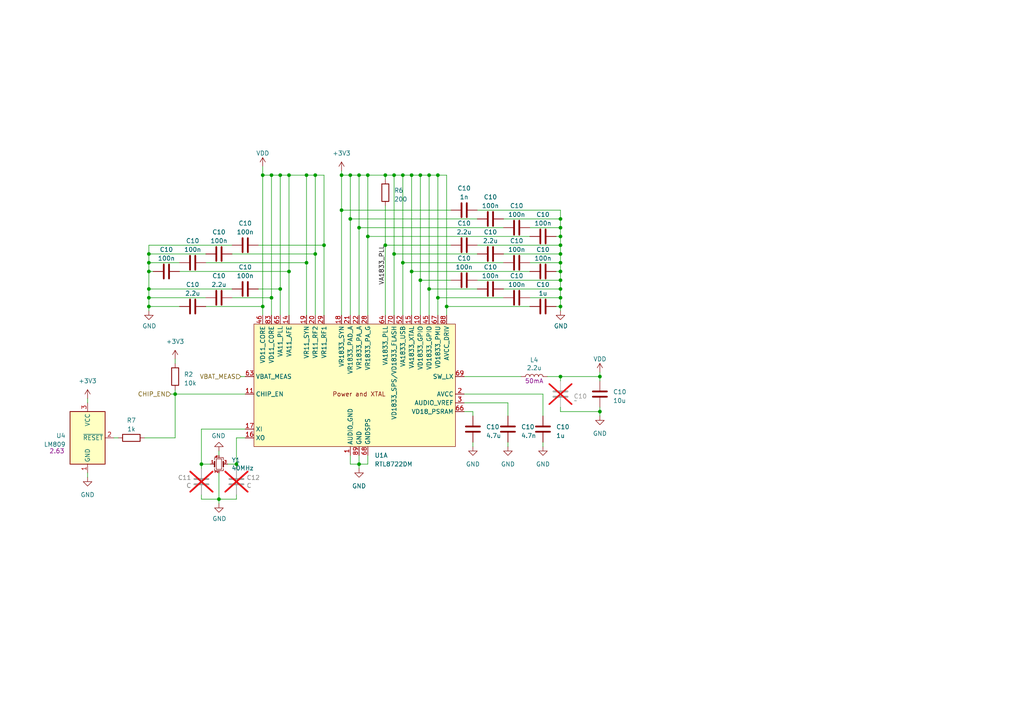
<source format=kicad_sch>
(kicad_sch (version 20230121) (generator eeschema)
  (paper "A4")
  (lib_symbols
    (symbol "Device:C" (pin_numbers hide) (pin_names (offset 0.254))
      (property "Reference" "C" (at 0.635 2.54 0))
      (property "Value" "C" (at 0.635 -2.54 0))
      (symbol "C_0_1"
        (polyline (pts (xy -2.032 -0.762) (xy 2.032 -0.762)) (stroke (width 0.508)))
        (polyline (pts (xy -2.032 0.762) (xy 2.032 0.762)) (stroke (width 0.508)))
      )
      (symbol "C_1_1"
        (pin passive line (at 0 3.81 270) (length 2.794) (name "~") (number "1"))
        (pin passive line (at 0 -3.81 90) (length 2.794) (name "~") (number "2"))
      )
    )
    (symbol "Device:Crystal_GND24_Small" (pin_names (offset 1.016) hide)
      (property "Reference" "Y" (at 1.27 4.445 0))
      (property "Value" "Crystal_GND24_Small" (at 1.27 2.54 0))
      (symbol "Crystal_GND24_Small_0_1"
        (rectangle (start -0.762 -1.524) (end 0.762 1.524))
        (polyline (pts (xy -1.27 -0.762) (xy -1.27 0.762)) (stroke (width 0.381)))
        (polyline (pts (xy 1.27 -0.762) (xy 1.27 0.762)) (stroke (width 0.381)))
        (polyline (pts (xy -1.27 -1.27) (xy -1.27 -1.905) (xy 1.27 -1.905) (xy 1.27 -1.27)))
        (polyline (pts (xy -1.27 1.27) (xy -1.27 1.905) (xy 1.27 1.905) (xy 1.27 1.27)))
      )
      (symbol "Crystal_GND24_Small_1_1"
        (pin passive line (at -2.54 0 0) (length 1.27) (name "1") (number "1"))
        (pin passive line (at 0 -2.54 90) (length 0.635) (name "2") (number "2"))
        (pin passive line (at 2.54 0 180) (length 1.27) (name "3") (number "3"))
        (pin passive line (at 0 2.54 270) (length 0.635) (name "4") (number "4"))
      )
    )
    (symbol "Device:L" (pin_numbers hide) (pin_names (offset 1.016) hide)
      (property "Reference" "L" (at -1.27 0 90))
      (property "Value" "L" (at 1.905 0 90))
      (symbol "L_0_1"
        (arc (start 0 -2.54) (mid 0.6323 -1.905) (end 0 -1.27))
        (arc (start 0 -1.27) (mid 0.6323 -0.635) (end 0 0))
        (arc (start 0 0) (mid 0.6323 0.635) (end 0 1.27))
        (arc (start 0 1.27) (mid 0.6323 1.905) (end 0 2.54))
      )
      (symbol "L_1_1"
        (pin passive line (at 0 3.81 270) (length 1.27) (name "1") (number "1"))
        (pin passive line (at 0 -3.81 90) (length 1.27) (name "2") (number "2"))
      )
    )
    (symbol "Device:R" (pin_numbers hide) (pin_names (offset 0))
      (property "Reference" "R" (at 2.032 0 90))
      (property "Value" "R" (at 0 0 90))
      (symbol "R_0_1"
        (rectangle (start -1.016 -2.54) (end 1.016 2.54) (stroke (width 0.254)))
      )
      (symbol "R_1_1"
        (pin passive line (at 0 3.81 270) (length 1.27) (name "~") (number "1"))
        (pin passive line (at 0 -3.81 90) (length 1.27) (name "~") (number "2"))
      )
    )
    (symbol "MCU_Realtek:RTL8722DM"
      (property "Reference" "U" (at -20.32 57.15 0))
      (property "Value" "RTL8722DM" (at 15.24 -29.21 0))
      (symbol "RTL8722DM_1_0"
        (pin input line (at -33.02 0 0) (length 2.54) (name "CHIP_EN") (number "11"))
      )
      (symbol "RTL8722DM_1_1"
        (rectangle (start -30.48 20.32) (end 27.94 -15.24) (fill (type background)))
        (text "Power and XTAL" (at 0 0 0) (effects (font (size 1.27 1.27))))
        (pin power_out line (at -2.54 -17.78 90) (length 2.54) (name "AUDIO_GND") (number "1"))
        (pin power_in line (at 17.78 22.86 270) (length 2.54) (name "VD1833_GPIO") (number "10"))
        (pin power_in line (at -20.32 22.86 270) (length 2.54) (name "VA11_AFE") (number "14"))
        (pin power_in line (at 15.24 22.86 270) (length 2.54) (name "VA1833_XTAL") (number "15"))
        (pin output line (at -33.02 -12.7 0) (length 2.54) (name "XO") (number "16"))
        (pin input line (at -33.02 -10.16 0) (length 2.54) (name "XI") (number "17"))
        (pin power_in line (at -5.08 22.86 270) (length 2.54) (name "VR1833_SYN") (number "18"))
        (pin power_in line (at -15.24 22.86 270) (length 2.54) (name "VR11_SYN") (number "19"))
        (pin power_out line (at 30.48 0 180) (length 2.54) (name "AVCC") (number "2"))
        (pin power_in line (at -12.7 22.86 270) (length 2.54) (name "VR11_RF2") (number "20"))
        (pin power_in line (at -2.54 22.86 270) (length 2.54) (name "VR1833_PAD_A") (number "21"))
        (pin power_in line (at 0 22.86 270) (length 2.54) (name "VR1833_PA_A") (number "22"))
        (pin power_in line (at 2.54 22.86 270) (length 2.54) (name "VR1833_PA_G") (number "28"))
        (pin power_in line (at -10.16 22.86 270) (length 2.54) (name "VR11_RF1") (number "29"))
        (pin power_out line (at 30.48 -2.54 180) (length 2.54) (name "AUDIO_VREF") (number "3"))
        (pin power_in line (at 20.32 22.86 270) (length 2.54) (name "VD1833_GPIO") (number "45"))
        (pin power_in line (at -27.94 22.86 270) (length 2.54) (name "VD11_CORE") (number "46"))
        (pin power_in line (at 12.7 22.86 270) (length 2.54) (name "VA1833_USB") (number "52"))
        (pin input line (at -33.02 5.08 0) (length 2.54) (name "VBAT_MEAS") (number "63"))
        (pin power_in line (at 7.62 22.86 270) (length 2.54) (name "VA1833_PLL") (number "64"))
        (pin power_in line (at -22.86 22.86 270) (length 2.54) (name "VA11_PLL") (number "65"))
        (pin power_out line (at 30.48 -5.08 180) (length 2.54) (name "VD18_PSRAM") (number "66"))
        (pin power_in line (at 22.86 22.86 270) (length 2.54) (name "VD1833_PMU") (number "67"))
        (pin power_out line (at 2.54 -17.78 90) (length 2.54) (name "GNDSPS") (number "68"))
        (pin power_out line (at 30.48 5.08 180) (length 2.54) (name "SW_LX") (number "69"))
        (pin power_in line (at 10.16 22.86 270) (length 2.54) (name "VD1833_SPS/VD1833_FLASH") (number "70"))
        (pin power_in line (at -25.4 22.86 270) (length 2.54) (name "VD11_CORE") (number "83"))
        (pin power_in line (at 25.4 22.86 270) (length 2.54) (name "AVCC_DRIV") (number "88"))
        (pin power_in line (at 0 -17.78 90) (length 2.54) (name "GND") (number "89"))
      )
      (symbol "RTL8722DM_2_1"
        (rectangle (start -20.32 55.88) (end 20.32 -27.94) (fill (type background)))
        (text "GPIO" (at 0 54.61 0) (effects (font (size 1.27 1.27))))
        (pin bidirectional line (at -22.86 35.56 0) (length 2.54) (name "PA7/UART_LOG_TXD") (number "12"))
        (pin bidirectional line (at -22.86 33.02 0) (length 2.54) (name "PA8/UART_LOG_RXD") (number "13"))
        (pin bidirectional line (at -22.86 30.48 0) (length 2.54) (name "PA9") (number "30"))
        (pin bidirectional line (at -22.86 27.94 0) (length 2.54) (name "PA10") (number "31"))
        (pin bidirectional line (at -22.86 25.4 0) (length 2.54) (name "PA11") (number "32"))
        (pin bidirectional line (at -22.86 22.86 0) (length 2.54) (name "PA12") (number "33"))
        (pin bidirectional line (at -22.86 20.32 0) (length 2.54) (name "PA13") (number "34"))
        (pin bidirectional line (at -22.86 17.78 0) (length 2.54) (name "PA14") (number "35"))
        (pin bidirectional line (at -22.86 15.24 0) (length 2.54) (name "PA15") (number "36"))
        (pin bidirectional line (at -22.86 12.7 0) (length 2.54) (name "PA16") (number "37"))
        (pin bidirectional line (at -22.86 10.16 0) (length 2.54) (name "PA17") (number "38"))
        (pin bidirectional line (at -22.86 7.62 0) (length 2.54) (name "PA18") (number "39"))
        (pin bidirectional line (at -22.86 53.34 0) (length 2.54) (name "PA0/MIC_BIAS") (number "4"))
        (pin bidirectional line (at -22.86 5.08 0) (length 2.54) (name "PA19") (number "40"))
        (pin bidirectional line (at -22.86 2.54 0) (length 2.54) (name "PA20") (number "41"))
        (pin bidirectional line (at -22.86 0 0) (length 2.54) (name "PA21") (number "42"))
        (pin bidirectional line (at -22.86 -2.54 0) (length 2.54) (name "PA22") (number "43"))
        (pin bidirectional line (at -22.86 -5.08 0) (length 2.54) (name "PA23") (number "44"))
        (pin bidirectional line (at -22.86 -7.62 0) (length 2.54) (name "PA24") (number "47"))
        (pin bidirectional line (at -22.86 -15.24 0) (length 2.54) (name "PA27/SWD_DATA") (number "48"))
        (pin bidirectional line (at -22.86 -25.4 0) (length 2.54) (name "PA31") (number "49"))
        (pin bidirectional line (at -22.86 43.18 0) (length 2.54) (name "PA4/MIC1_P") (number "5"))
        (pin bidirectional line (at 22.86 53.34 180) (length 2.54) (name "PB0") (number "50"))
        (pin bidirectional line (at -22.86 -22.86 0) (length 2.54) (name "PA30/SPS_SEL") (number "51"))
        (pin bidirectional line (at -22.86 -17.78 0) (length 2.54) (name "PA28/RREF") (number "53"))
        (pin bidirectional line (at -22.86 -12.7 0) (length 2.54) (name "PA26/HSDP") (number "54"))
        (pin bidirectional line (at -22.86 -10.16 0) (length 2.54) (name "PA25/HSDM") (number "55"))
        (pin bidirectional line (at 22.86 48.26 180) (length 2.54) (name "PB2/ADC_CH5") (number "56"))
        (pin bidirectional line (at 22.86 50.8 180) (length 2.54) (name "PB1/ADC_CH4") (number "57"))
        (pin bidirectional line (at 22.86 45.72 180) (length 2.54) (name "PB3/ADC_CH6/SWD_CLK") (number "58"))
        (pin bidirectional line (at 22.86 43.18 180) (length 2.54) (name "PB4/TOUCH_KEY0") (number "59"))
        (pin bidirectional line (at -22.86 48.26 0) (length 2.54) (name "PA2/MIC2_P") (number "6"))
        (pin bidirectional line (at 22.86 40.64 180) (length 2.54) (name "PB5/TOUCH_KEY1") (number "60"))
        (pin bidirectional line (at 22.86 38.1 180) (length 2.54) (name "PB6/TOUCH_KEY2") (number "61"))
        (pin bidirectional line (at 22.86 35.56 180) (length 2.54) (name "PB7/TOUCH_KEY3") (number "62"))
        (pin bidirectional line (at -22.86 50.8 0) (length 2.54) (name "PA1/MIC2_N") (number "7"))
        (pin bidirectional line (at 22.86 7.62 180) (length 2.54) (name "PB18") (number "77"))
        (pin bidirectional line (at 22.86 5.08 180) (length 2.54) (name "PB19") (number "78"))
        (pin bidirectional line (at 22.86 2.54 180) (length 2.54) (name "PB20") (number "79"))
        (pin bidirectional line (at -22.86 40.64 0) (length 2.54) (name "PA5/AUXIN_L") (number "8"))
        (pin bidirectional line (at 22.86 0 180) (length 2.54) (name "PB21") (number "80"))
        (pin bidirectional line (at 22.86 -2.54 180) (length 2.54) (name "PB22") (number "81"))
        (pin bidirectional line (at 22.86 -5.08 180) (length 2.54) (name "PB23") (number "82"))
        (pin bidirectional line (at 22.86 -20.32 180) (length 2.54) (name "PB29/AOUTP_R") (number "84"))
        (pin bidirectional line (at 22.86 -17.78 180) (length 2.54) (name "PB28/AOUTN_R") (number "85"))
        (pin bidirectional line (at 22.86 -22.86 180) (length 2.54) (name "PB30/AOUTN_L") (number "86"))
        (pin bidirectional line (at 22.86 -25.4 180) (length 2.54) (name "PB31/AOUTP_L") (number "87"))
        (pin bidirectional line (at -22.86 38.1 0) (length 2.54) (name "PA6/AUXIN_R") (number "9"))
      )
      (symbol "RTL8722DM_3_1"
        (rectangle (start -7.62 12.7) (end 7.62 -10.16) (fill (type background)))
        (text "RF" (at 0 11.43 0) (effects (font (size 1.27 1.27))))
        (pin bidirectional line (at 10.16 7.62 180) (length 2.54) (name "RFIO_A") (number "23"))
        (pin input line (at 10.16 5.08 180) (length 2.54) (name "RXIN_A/GND") (number "24"))
        (pin power_in line (at 0 -12.7 90) (length 2.54) (name "RFGND") (number "25"))
        (pin input line (at 10.16 2.54 180) (length 2.54) (name "RFIN_G") (number "26"))
        (pin output line (at 10.16 0 180) (length 2.54) (name "RFOUT_G") (number "27"))
      )
      (symbol "RTL8722DM_4_1"
        (rectangle (start -5.08 10.16) (end 5.08 -10.16) (fill (type background)))
        (text "Flash" (at 0 8.89 0) (effects (font (size 1.27 1.27))))
        (pin bidirectional line (at 7.62 -7.62 180) (length 2.54) (name "SPI_IO3") (number "71"))
        (pin bidirectional line (at 7.62 0 180) (length 2.54) (name "SPI_IO0") (number "72"))
        (pin bidirectional line (at 7.62 2.54 180) (length 2.54) (name "SPI_CLK") (number "73"))
        (pin bidirectional line (at 7.62 -5.08 180) (length 2.54) (name "SPI_IO2") (number "74"))
        (pin bidirectional line (at 7.62 -2.54 180) (length 2.54) (name "SPI_IO1") (number "75"))
        (pin bidirectional line (at 7.62 5.08 180) (length 2.54) (name "SPI_~{CS}") (number "76"))
      )
    )
    (symbol "Power_Supervisor:LM809"
      (property "Reference" "U" (at 2.54 12.7 0))
      (property "Value" "LM809" (at 5.08 10.16 0))
      (symbol "LM809_0_1"
        (rectangle (start 5.08 7.62) (end -5.08 -7.62) (stroke (width 0.254)) (fill (type background)))
      )
      (symbol "LM809_1_1"
        (pin power_in line (at 0 -10.16 90) (length 2.54) (name "GND") (number "1"))
        (pin output line (at 7.62 0 180) (length 2.54) (name "~{RESET}") (number "2"))
        (pin power_in line (at 0 10.16 270) (length 2.54) (name "VCC") (number "3"))
      )
    )
    (symbol "power:+3V3" (power) (pin_names (offset 0))
      (property "Value" "+3V3" (at 0 3.556 0))
      (symbol "+3V3_0_1"
        (polyline (pts (xy -0.762 1.27) (xy 0 2.54)))
        (polyline (pts (xy 0 0) (xy 0 2.54)))
        (polyline (pts (xy 0 2.54) (xy 0.762 1.27)))
      )
      (symbol "+3V3_1_1"
        (pin power_in line (at 0 0 90) (length 0) hide (name "+3V3") (number "1"))
      )
    )
    (symbol "power:GND" (power) (pin_names (offset 0))
      (property "Value" "GND" (at 0 -3.81 0))
      (symbol "GND_0_1"
        (polyline (pts (xy 0 0) (xy 0 -1.27) (xy 1.27 -1.27) (xy 0 -2.54) (xy -1.27 -1.27) (xy 0 -1.27)))
      )
      (symbol "GND_1_1"
        (pin power_in line (at 0 0 270) (length 0) hide (name "GND") (number "1"))
      )
    )
    (symbol "power:VDD" (power) (pin_names (offset 0))
      (property "Value" "VDD" (at 0 3.81 0))
      (symbol "VDD_0_1"
        (polyline (pts (xy -0.762 1.27) (xy 0 2.54)))
        (polyline (pts (xy 0 0) (xy 0 2.54)))
        (polyline (pts (xy 0 2.54) (xy 0.762 1.27)))
      )
      (symbol "VDD_1_1"
        (pin power_in line (at 0 0 90) (length 0) hide (name "VDD") (number "1"))
      )
    )
  )
  (junction (at 101.6 63.5))
  (junction (at 116.84 50.8))
  (junction (at 162.56 76.2))
  (junction (at 114.3 73.66))
  (junction (at 127 50.8))
  (junction (at 68.58 134.62))
  (junction (at 78.74 86.36))
  (junction (at 43.18 73.66))
  (junction (at 91.44 73.66))
  (junction (at 43.18 86.36))
  (junction (at 124.46 50.8))
  (junction (at 119.38 50.8))
  (junction (at 173.99 109.22))
  (junction (at 50.8 114.3))
  (junction (at 99.06 60.96))
  (junction (at 162.56 71.12))
  (junction (at 162.56 88.9))
  (junction (at 114.3 50.8))
  (junction (at 81.28 50.8))
  (junction (at 43.18 83.82))
  (junction (at 162.56 73.66))
  (junction (at 173.99 119.38))
  (junction (at 162.56 66.04))
  (junction (at 43.18 76.2))
  (junction (at 81.28 83.82))
  (junction (at 101.6 50.8))
  (junction (at 124.46 83.82))
  (junction (at 63.5 144.78))
  (junction (at 162.56 81.28))
  (junction (at 83.82 78.74))
  (junction (at 111.76 50.8))
  (junction (at 99.06 50.8))
  (junction (at 162.56 63.5))
  (junction (at 162.56 68.58))
  (junction (at 43.18 78.74))
  (junction (at 76.2 50.8))
  (junction (at 121.92 50.8))
  (junction (at 129.54 88.9))
  (junction (at 93.98 71.12))
  (junction (at 104.14 66.04))
  (junction (at 111.76 71.12))
  (junction (at 162.56 109.22))
  (junction (at 106.68 50.8))
  (junction (at 106.68 68.58))
  (junction (at 162.56 83.82))
  (junction (at 76.2 88.9))
  (junction (at 88.9 50.8))
  (junction (at 116.84 76.2))
  (junction (at 104.14 134.62))
  (junction (at 162.56 86.36))
  (junction (at 78.74 50.8))
  (junction (at 119.38 78.74))
  (junction (at 83.82 50.8))
  (junction (at 121.92 81.28))
  (junction (at 104.14 50.8))
  (junction (at 43.18 88.9))
  (junction (at 162.56 78.74))
  (junction (at 127 86.36))
  (junction (at 88.9 76.2))
  (junction (at 91.44 50.8))
  (junction (at 58.42 134.62))
  (wire (pts (xy 157.48 114.3) (xy 157.48 120.65)))
  (wire (pts (xy 116.84 76.2) (xy 146.05 76.2)))
  (wire (pts (xy 25.4 137.16) (xy 25.4 138.43)))
  (wire (pts (xy 78.74 86.36) (xy 78.74 91.44)))
  (wire (pts (xy 104.14 134.62) (xy 106.68 134.62)))
  (wire (pts (xy 99.06 50.8) (xy 99.06 60.96)))
  (wire (pts (xy 59.69 88.9) (xy 76.2 88.9)))
  (wire (pts (xy 134.62 116.84) (xy 147.32 116.84)))
  (wire (pts (xy 146.05 73.66) (xy 162.56 73.66)))
  (wire (pts (xy 101.6 50.8) (xy 101.6 63.5)))
  (wire (pts (xy 119.38 50.8) (xy 121.92 50.8)))
  (wire (pts (xy 43.18 88.9) (xy 43.18 90.17)))
  (wire (pts (xy 68.58 127) (xy 68.58 134.62)))
  (wire (pts (xy 68.58 143.51) (xy 68.58 144.78)))
  (wire (pts (xy 173.99 107.95) (xy 173.99 109.22)))
  (wire (pts (xy 91.44 50.8) (xy 91.44 73.66)))
  (wire (pts (xy 101.6 132.08) (xy 101.6 134.62)))
  (wire (pts (xy 114.3 73.66) (xy 114.3 91.44)))
  (wire (pts (xy 161.29 78.74) (xy 162.56 78.74)))
  (wire (pts (xy 50.8 127) (xy 41.91 127)))
  (wire (pts (xy 43.18 86.36) (xy 43.18 88.9)))
  (wire (pts (xy 146.05 83.82) (xy 162.56 83.82)))
  (wire (pts (xy 157.48 128.27) (xy 157.48 129.54)))
  (wire (pts (xy 111.76 52.07) (xy 111.76 50.8)))
  (wire (pts (xy 162.56 83.82) (xy 162.56 86.36)))
  (wire (pts (xy 116.84 50.8) (xy 116.84 76.2)))
  (wire (pts (xy 127 50.8) (xy 127 86.36)))
  (wire (pts (xy 104.14 132.08) (xy 104.14 134.62)))
  (wire (pts (xy 88.9 76.2) (xy 88.9 91.44)))
  (wire (pts (xy 104.14 50.8) (xy 104.14 66.04)))
  (wire (pts (xy 43.18 88.9) (xy 52.07 88.9)))
  (wire (pts (xy 49.53 114.3) (xy 50.8 114.3)))
  (wire (pts (xy 119.38 78.74) (xy 153.67 78.74)))
  (wire (pts (xy 124.46 50.8) (xy 124.46 83.82)))
  (wire (pts (xy 67.31 86.36) (xy 78.74 86.36)))
  (wire (pts (xy 43.18 86.36) (xy 59.69 86.36)))
  (wire (pts (xy 127 86.36) (xy 127 91.44)))
  (wire (pts (xy 173.99 119.38) (xy 162.56 119.38)))
  (wire (pts (xy 124.46 83.82) (xy 124.46 91.44)))
  (wire (pts (xy 99.06 60.96) (xy 99.06 91.44)))
  (wire (pts (xy 43.18 76.2) (xy 52.07 76.2)))
  (wire (pts (xy 162.56 66.04) (xy 162.56 68.58)))
  (wire (pts (xy 162.56 88.9) (xy 162.56 90.17)))
  (wire (pts (xy 162.56 109.22) (xy 173.99 109.22)))
  (wire (pts (xy 76.2 48.26) (xy 76.2 50.8)))
  (wire (pts (xy 111.76 71.12) (xy 111.76 91.44)))
  (wire (pts (xy 101.6 50.8) (xy 104.14 50.8)))
  (wire (pts (xy 162.56 63.5) (xy 162.56 66.04)))
  (wire (pts (xy 106.68 50.8) (xy 106.68 68.58)))
  (wire (pts (xy 162.56 71.12) (xy 162.56 73.66)))
  (wire (pts (xy 162.56 86.36) (xy 162.56 88.9)))
  (wire (pts (xy 104.14 134.62) (xy 104.14 135.89)))
  (wire (pts (xy 119.38 78.74) (xy 119.38 91.44)))
  (wire (pts (xy 116.84 50.8) (xy 119.38 50.8)))
  (wire (pts (xy 119.38 50.8) (xy 119.38 78.74)))
  (wire (pts (xy 78.74 50.8) (xy 81.28 50.8)))
  (wire (pts (xy 114.3 50.8) (xy 116.84 50.8)))
  (wire (pts (xy 137.16 128.27) (xy 137.16 129.54)))
  (wire (pts (xy 99.06 49.53) (xy 99.06 50.8)))
  (wire (pts (xy 114.3 73.66) (xy 138.43 73.66)))
  (wire (pts (xy 106.68 68.58) (xy 153.67 68.58)))
  (wire (pts (xy 124.46 83.82) (xy 138.43 83.82)))
  (wire (pts (xy 101.6 134.62) (xy 104.14 134.62)))
  (wire (pts (xy 76.2 88.9) (xy 76.2 91.44)))
  (wire (pts (xy 173.99 109.22) (xy 173.99 110.49)))
  (wire (pts (xy 127 50.8) (xy 129.54 50.8)))
  (wire (pts (xy 99.06 50.8) (xy 101.6 50.8)))
  (wire (pts (xy 43.18 83.82) (xy 43.18 86.36)))
  (wire (pts (xy 81.28 50.8) (xy 83.82 50.8)))
  (wire (pts (xy 43.18 73.66) (xy 43.18 76.2)))
  (wire (pts (xy 162.56 118.11) (xy 162.56 119.38)))
  (wire (pts (xy 121.92 50.8) (xy 124.46 50.8)))
  (wire (pts (xy 129.54 88.9) (xy 129.54 91.44)))
  (wire (pts (xy 88.9 50.8) (xy 88.9 76.2)))
  (wire (pts (xy 68.58 134.62) (xy 68.58 135.89)))
  (wire (pts (xy 58.42 144.78) (xy 63.5 144.78)))
  (wire (pts (xy 74.93 83.82) (xy 81.28 83.82)))
  (wire (pts (xy 162.56 60.96) (xy 162.56 63.5)))
  (wire (pts (xy 83.82 78.74) (xy 83.82 91.44)))
  (wire (pts (xy 101.6 63.5) (xy 101.6 91.44)))
  (wire (pts (xy 106.68 50.8) (xy 111.76 50.8)))
  (wire (pts (xy 111.76 59.69) (xy 111.76 71.12)))
  (wire (pts (xy 58.42 143.51) (xy 58.42 144.78)))
  (wire (pts (xy 111.76 71.12) (xy 130.81 71.12)))
  (wire (pts (xy 162.56 73.66) (xy 162.56 76.2)))
  (wire (pts (xy 69.85 109.22) (xy 71.12 109.22)))
  (wire (pts (xy 67.31 71.12) (xy 43.18 71.12)))
  (wire (pts (xy 153.67 76.2) (xy 162.56 76.2)))
  (wire (pts (xy 121.92 81.28) (xy 121.92 91.44)))
  (wire (pts (xy 50.8 114.3) (xy 71.12 114.3)))
  (wire (pts (xy 43.18 78.74) (xy 43.18 83.82)))
  (wire (pts (xy 173.99 119.38) (xy 173.99 120.65)))
  (wire (pts (xy 81.28 83.82) (xy 81.28 91.44)))
  (wire (pts (xy 76.2 50.8) (xy 78.74 50.8)))
  (wire (pts (xy 173.99 118.11) (xy 173.99 119.38)))
  (wire (pts (xy 114.3 50.8) (xy 114.3 73.66)))
  (wire (pts (xy 83.82 50.8) (xy 83.82 78.74)))
  (wire (pts (xy 43.18 83.82) (xy 67.31 83.82)))
  (wire (pts (xy 161.29 68.58) (xy 162.56 68.58)))
  (wire (pts (xy 63.5 144.78) (xy 68.58 144.78)))
  (wire (pts (xy 76.2 50.8) (xy 76.2 88.9)))
  (wire (pts (xy 162.56 81.28) (xy 162.56 83.82)))
  (wire (pts (xy 129.54 88.9) (xy 153.67 88.9)))
  (wire (pts (xy 104.14 50.8) (xy 106.68 50.8)))
  (wire (pts (xy 101.6 63.5) (xy 138.43 63.5)))
  (wire (pts (xy 43.18 76.2) (xy 43.18 78.74)))
  (wire (pts (xy 106.68 132.08) (xy 106.68 134.62)))
  (wire (pts (xy 68.58 127) (xy 71.12 127)))
  (wire (pts (xy 153.67 66.04) (xy 162.56 66.04)))
  (wire (pts (xy 74.93 71.12) (xy 93.98 71.12)))
  (wire (pts (xy 50.8 113.03) (xy 50.8 114.3)))
  (wire (pts (xy 91.44 50.8) (xy 93.98 50.8)))
  (wire (pts (xy 124.46 50.8) (xy 127 50.8)))
  (wire (pts (xy 104.14 66.04) (xy 104.14 91.44)))
  (wire (pts (xy 58.42 134.62) (xy 60.96 134.62)))
  (wire (pts (xy 121.92 81.28) (xy 130.81 81.28)))
  (wire (pts (xy 138.43 60.96) (xy 162.56 60.96)))
  (wire (pts (xy 67.31 73.66) (xy 91.44 73.66)))
  (wire (pts (xy 93.98 71.12) (xy 93.98 91.44)))
  (wire (pts (xy 93.98 50.8) (xy 93.98 71.12)))
  (wire (pts (xy 129.54 50.8) (xy 129.54 88.9)))
  (wire (pts (xy 127 86.36) (xy 146.05 86.36)))
  (wire (pts (xy 59.69 76.2) (xy 88.9 76.2)))
  (wire (pts (xy 58.42 134.62) (xy 58.42 135.89)))
  (wire (pts (xy 50.8 104.14) (xy 50.8 105.41)))
  (wire (pts (xy 104.14 66.04) (xy 146.05 66.04)))
  (wire (pts (xy 58.42 124.46) (xy 58.42 134.62)))
  (wire (pts (xy 91.44 73.66) (xy 91.44 91.44)))
  (wire (pts (xy 78.74 50.8) (xy 78.74 86.36)))
  (wire (pts (xy 50.8 127) (xy 50.8 114.3)))
  (wire (pts (xy 63.5 146.05) (xy 63.5 144.78)))
  (wire (pts (xy 138.43 71.12) (xy 162.56 71.12)))
  (wire (pts (xy 106.68 68.58) (xy 106.68 91.44)))
  (wire (pts (xy 66.04 134.62) (xy 68.58 134.62)))
  (wire (pts (xy 162.56 78.74) (xy 162.56 81.28)))
  (wire (pts (xy 58.42 124.46) (xy 71.12 124.46)))
  (wire (pts (xy 52.07 78.74) (xy 83.82 78.74)))
  (wire (pts (xy 99.06 60.96) (xy 130.81 60.96)))
  (wire (pts (xy 83.82 50.8) (xy 88.9 50.8)))
  (wire (pts (xy 43.18 78.74) (xy 44.45 78.74)))
  (wire (pts (xy 116.84 76.2) (xy 116.84 91.44)))
  (wire (pts (xy 161.29 88.9) (xy 162.56 88.9)))
  (wire (pts (xy 134.62 114.3) (xy 157.48 114.3)))
  (wire (pts (xy 153.67 86.36) (xy 162.56 86.36)))
  (wire (pts (xy 81.28 50.8) (xy 81.28 83.82)))
  (wire (pts (xy 137.16 119.38) (xy 137.16 120.65)))
  (wire (pts (xy 146.05 63.5) (xy 162.56 63.5)))
  (wire (pts (xy 162.56 109.22) (xy 162.56 110.49)))
  (wire (pts (xy 33.02 127) (xy 34.29 127)))
  (wire (pts (xy 88.9 50.8) (xy 91.44 50.8)))
  (wire (pts (xy 134.62 119.38) (xy 137.16 119.38)))
  (wire (pts (xy 147.32 128.27) (xy 147.32 129.54)))
  (wire (pts (xy 147.32 116.84) (xy 147.32 120.65)))
  (wire (pts (xy 138.43 81.28) (xy 162.56 81.28)))
  (wire (pts (xy 162.56 68.58) (xy 162.56 71.12)))
  (wire (pts (xy 121.92 50.8) (xy 121.92 81.28)))
  (wire (pts (xy 25.4 115.57) (xy 25.4 116.84)))
  (wire (pts (xy 43.18 73.66) (xy 59.69 73.66)))
  (wire (pts (xy 43.18 71.12) (xy 43.18 73.66)))
  (wire (pts (xy 134.62 109.22) (xy 151.13 109.22)))
  (wire (pts (xy 63.5 130.81) (xy 63.5 132.08)))
  (wire (pts (xy 162.56 76.2) (xy 162.56 78.74)))
  (wire (pts (xy 111.76 50.8) (xy 114.3 50.8)))
  (wire (pts (xy 158.75 109.22) (xy 162.56 109.22)))
  (wire (pts (xy 63.5 144.78) (xy 63.5 137.16)))
  (label "VA1833_PLL" (at 111.76 71.12 270))
  (hierarchical_label "VBAT_MEAS" (shape input) (at 69.85 109.22 180))
  (hierarchical_label "CHIP_EN" (shape input) (at 49.53 114.3 180))
  (symbol (lib_id "power:GND") (at 63.5 146.05 0) (unit 1)
    (property "Reference" "#U01" (effects hide))
    (property "Value" "GND" (at 63.627 150.4442 0))
    (instances (project "rtl872xd-dev-board" (path "" (reference "#U01") (unit 1)) (path "" (reference "#U02") (unit 1))))
  )
  (symbol (lib_id "Device:C") (at 157.48 68.58 270) (unit 1)
    (property "Reference" "C10" (at 157.48 62.23 90))
    (property "Value" "100n" (at 157.48 64.77 90))
    (property "Footprint" "Capacitor_SMD:C_0402_1005Metric" (effects hide))
    (property "LCSC" "C1525" (effects hide))
    (property "MPN" "CL05B104KO5NNNC" (effects hide))
    (instances (project "chubby-hat" (path "" (reference "C10") (unit 1))) (project "rtl872xd-dev-board" (path "" (reference "C13") (unit 1)) (path "" (reference "C10") (unit 1)) (path "" (reference "C25") (unit 1))))
  )
  (symbol (lib_id "power:+3V3") (at 99.06 49.53 0) (unit 1)
    (property "Reference" "#PWR092" (effects hide))
    (property "Value" "+3V3" (at 99.06 44.45 0))
    (instances (project "chubby-hat" (path "" (reference "#PWR092") (unit 1))) (project "rtl872xd-dev-board" (path "" (reference "#PWR031") (unit 1)) (path "" (reference "#PWR013") (unit 1)) (path "" (reference "#PWR032") (unit 1))))
  )
  (symbol (lib_id "Device:C") (at 68.58 139.7 0) (unit 1) (dnp yes)
    (property "Reference" "C12" (at 71.501 138.5316 0) (effects (justify left)))
    (property "Value" "C" (at 71.501 140.843 0) (effects (justify left)))
    (property "Footprint" "Capacitor_SMD:C_0402_1005Metric" (effects hide))
  )
  (symbol (lib_id "Device:C") (at 134.62 71.12 270) (unit 1)
    (property "Reference" "C10" (at 134.62 64.77 90))
    (property "Value" "2.2u" (at 134.62 67.31 90))
    (property "Footprint" "Capacitor_SMD:C_0402_1005Metric" (effects hide))
    (property "Datasheet" "https://datasheet.lcsc.com/lcsc/1811021410_Samsung-Electro-Mechanics-CL05A225MQ5NSNC_C12530.pdf" (effects hide))
    (property "LCSC" "C12530" (effects hide))
    (property "MPN" "CL05A225MQ5NSNC" (effects hide))
    (instances (project "chubby-hat" (path "" (reference "C10") (unit 1))) (project "rtl872xd-dev-board" (path "" (reference "C13") (unit 1)) (path "" (reference "C10") (unit 1)) (path "" (reference "C29") (unit 1))))
  )
  (symbol (lib_id "power:GND") (at 137.16 129.54 0) (unit 1)
    (property "Reference" "#PWR024" (effects hide))
    (property "Value" "GND" (at 137.16 134.62 0))
  )
  (symbol (lib_id "Device:C") (at 149.86 86.36 270) (unit 1)
    (property "Reference" "C10" (at 149.86 80.01 90))
    (property "Value" "100n" (at 149.86 82.55 90))
    (property "Footprint" "Capacitor_SMD:C_0402_1005Metric" (effects hide))
    (property "LCSC" "C1525" (effects hide))
    (property "MPN" "CL05B104KO5NNNC" (effects hide))
    (instances (project "chubby-hat" (path "" (reference "C10") (unit 1))) (project "rtl872xd-dev-board" (path "" (reference "C13") (unit 1)) (path "" (reference "C10") (unit 1)) (path "" (reference "C32") (unit 1))))
  )
  (symbol (lib_id "Device:R") (at 111.76 55.88 0) (unit 1)
    (property "Reference" "R6" (at 114.3 55.245 0) (effects (justify left)))
    (property "Value" "200" (at 114.3 57.785 0) (effects (justify left)))
    (property "Footprint" "Resistor_SMD:R_0402_1005Metric" (effects hide))
    (property "Datasheet" "https://datasheet.lcsc.com/lcsc/2205311900_UNI-ROYAL-Uniroyal-Elec-0402WGF2000TCE_C25087.pdf" (effects hide))
    (property "LCSC" "C25087" (effects hide))
    (property "MPN" "0402WGF2000TCE" (effects hide))
  )
  (symbol (lib_id "Device:C") (at 157.48 124.46 180) (unit 1)
    (property "Reference" "C10" (at 161.29 123.825 0) (effects (justify right)))
    (property "Value" "1u" (at 161.29 126.365 0) (effects (justify right)))
    (property "Footprint" "Capacitor_SMD:C_0402_1005Metric" (effects hide))
    (property "Datasheet" "https://datasheet.lcsc.com/lcsc/1811091611_Samsung-Electro-Mechanics-CL05A105KA5NQNC_C52923.pdf" (effects hide))
    (property "LCSC" "C52923" (effects hide))
    (property "MPN" "CL05A105KA5NQNC" (effects hide))
    (instances (project "chubby-hat" (path "" (reference "C10") (unit 1))) (project "rtl872xd-dev-board" (path "" (reference "C13") (unit 1)) (path "" (reference "C10") (unit 1)) (path "" (reference "C13") (unit 1))))
  )
  (symbol (lib_id "Device:C") (at 147.32 124.46 180) (unit 1)
    (property "Reference" "C10" (at 151.13 123.825 0) (effects (justify right)))
    (property "Value" "4.7n" (at 151.13 126.365 0) (effects (justify right)))
    (property "Footprint" "Capacitor_SMD:C_0402_1005Metric" (effects hide))
    (property "Datasheet" "https://datasheet.lcsc.com/lcsc/1811031110_FH--Guangdong-Fenghua-Advanced-Tech-0402B472K500NT_C1538.pdf" (effects hide))
    (property "LCSC" "C1538" (effects hide))
    (property "MPN" "0402B472K500NT" (effects hide))
    (instances (project "chubby-hat" (path "" (reference "C10") (unit 1))) (project "rtl872xd-dev-board" (path "" (reference "C13") (unit 1)) (path "" (reference "C10") (unit 1)) (path "" (reference "C14") (unit 1))))
  )
  (symbol (lib_id "Device:C") (at 142.24 63.5 270) (unit 1)
    (property "Reference" "C10" (at 142.24 57.15 90))
    (property "Value" "100n" (at 142.24 59.69 90))
    (property "Footprint" "Capacitor_SMD:C_0402_1005Metric" (effects hide))
    (property "LCSC" "C1525" (effects hide))
    (property "MPN" "CL05B104KO5NNNC" (effects hide))
    (instances (project "chubby-hat" (path "" (reference "C10") (unit 1))) (project "rtl872xd-dev-board" (path "" (reference "C13") (unit 1)) (path "" (reference "C10") (unit 1)) (path "" (reference "C23") (unit 1))))
  )
  (symbol (lib_id "power:VDD") (at 76.2 48.26 0) (unit 1)
    (property "Reference" "#PWR012" (effects hide))
    (property "Value" "VDD" (at 76.2 44.45 0))
    (instances (project "rtl872xd-dev-board" (path "" (reference "#PWR012") (unit 1)) (path "" (reference "#PWR01") (unit 1))))
  )
  (symbol (lib_id "Device:C") (at 63.5 86.36 270) (unit 1)
    (property "Reference" "C10" (at 63.5 80.01 90))
    (property "Value" "2.2u" (at 63.5 82.55 90))
    (property "Footprint" "Capacitor_SMD:C_0402_1005Metric" (effects hide))
    (property "Datasheet" "https://datasheet.lcsc.com/lcsc/1811021410_Samsung-Electro-Mechanics-CL05A225MQ5NSNC_C12530.pdf" (effects hide))
    (property "LCSC" "C12530" (effects hide))
    (property "MPN" "CL05A225MQ5NSNC" (effects hide))
    (instances (project "chubby-hat" (path "" (reference "C10") (unit 1))) (project "rtl872xd-dev-board" (path "" (reference "C13") (unit 1)) (path "" (reference "C10") (unit 1)) (path "" (reference "C35") (unit 1))))
  )
  (symbol (lib_id "power:GND") (at 63.5 130.81 180) (unit 1)
    (property "Reference" "#U02" (effects hide))
    (property "Value" "GND" (at 63.373 126.4158 0))
    (instances (project "rtl872xd-dev-board" (path "" (reference "#U02") (unit 1)) (path "" (reference "#U01") (unit 1))))
  )
  (symbol (lib_id "power:GND") (at 25.4 138.43 0) (unit 1)
    (property "Reference" "#PWR01" (effects hide))
    (property "Value" "GND" (at 25.4 143.51 0))
    (instances (project "rtl872xd-dev-board" (path "" (reference "#PWR01") (unit 1)) (path "" (reference "#PWR028") (unit 1))))
  )
  (symbol (lib_id "Device:C") (at 63.5 73.66 270) (unit 1)
    (property "Reference" "C10" (at 63.5 67.31 90))
    (property "Value" "100n" (at 63.5 69.85 90))
    (property "Footprint" "Capacitor_SMD:C_0402_1005Metric" (effects hide))
    (property "LCSC" "C1525" (effects hide))
    (property "MPN" "CL05B104KO5NNNC" (effects hide))
    (instances (project "chubby-hat" (path "" (reference "C10") (unit 1))) (project "rtl872xd-dev-board" (path "" (reference "C13") (unit 1)) (path "" (reference "C10") (unit 1)) (path "" (reference "C22") (unit 1))))
  )
  (symbol (lib_id "Device:C") (at 134.62 60.96 270) (unit 1)
    (property "Reference" "C10" (at 134.62 54.61 90))
    (property "Value" "1n" (at 134.62 57.15 90))
    (property "Footprint" "Capacitor_SMD:C_0402_1005Metric" (effects hide))
    (property "Datasheet" "https://datasheet.lcsc.com/lcsc/1809291524_FH--Guangdong-Fenghua-Advanced-Tech-0402B102K500NT_C1523.pdf" (effects hide))
    (property "LCSC" "C1523" (effects hide))
    (property "MPN" "0402B102K500NT" (effects hide))
    (instances (project "chubby-hat" (path "" (reference "C10") (unit 1))) (project "rtl872xd-dev-board" (path "" (reference "C13") (unit 1)) (path "" (reference "C10") (unit 1)) (path "" (reference "C18") (unit 1))))
  )
  (symbol (lib_id "Device:Crystal_GND24_Small") (at 63.5 134.62 0) (unit 1)
    (property "Reference" "Y1" (at 67.1576 133.4516 0) (effects (justify left)))
    (property "Value" "40MHz" (at 67.1576 135.763 0) (effects (justify left)))
    (property "Footprint" "Crystal:Crystal_SMD_2016-4Pin_2.0x1.6mm" (effects hide))
    (property "Datasheet" "https://datasheet.lcsc.com/lcsc/2004241035_YL-Failong-Crystal-9S40000048_C516561.https://datasheet.lcsc.com/lcsc/2004241035_YL-Failong-Crystal-9S40000048_C516561.pdf" (effects hide))
    (property "LCSC" "C516561" (effects hide))
    (property "MPN" "9S40000048" (effects hide))
  )
  (symbol (lib_id "Device:C") (at 55.88 76.2 270) (unit 1)
    (property "Reference" "C10" (at 55.88 69.85 90))
    (property "Value" "100n" (at 55.88 72.39 90))
    (property "Footprint" "Capacitor_SMD:C_0402_1005Metric" (effects hide))
    (property "LCSC" "C1525" (effects hide))
    (property "MPN" "CL05B104KO5NNNC" (effects hide))
    (instances (project "chubby-hat" (path "" (reference "C10") (unit 1))) (project "rtl872xd-dev-board" (path "" (reference "C13") (unit 1)) (path "" (reference "C10") (unit 1)) (path "" (reference "C21") (unit 1))))
  )
  (symbol (lib_id "Device:C") (at 58.42 139.7 0) (unit 1) (dnp yes)
    (property "Reference" "C11" (at 55.499 138.5316 0) (effects (justify right)))
    (property "Value" "C" (at 55.499 140.843 0) (effects (justify right)))
    (property "Footprint" "Capacitor_SMD:C_0402_1005Metric" (effects hide))
  )
  (symbol (lib_id "Device:C") (at 162.56 114.3 180) (unit 1) (dnp yes)
    (property "Reference" "C10" (at 166.37 114.935 0) (effects (justify right)))
    (property "Value" "~" (at 166.37 116.205 0) (effects (justify right)))
    (property "Footprint" "Capacitor_SMD:C_0402_1005Metric" (effects hide))
    (instances (project "chubby-hat" (path "" (reference "C10") (unit 1))) (project "rtl872xd-dev-board" (path "" (reference "C13") (unit 1)) (path "" (reference "C10") (unit 1)) (path "" (reference "C33") (unit 1))))
  )
  (symbol (lib_id "Device:L") (at 154.94 109.22 90) (unit 1)
    (property "Reference" "L4" (at 154.94 104.394 90))
    (property "Value" "2.2u" (at 154.94 106.7054 90))
    (property "Footprint" "Inductor_SMD:L_0805_2012Metric" (effects hide))
    (property "Datasheet" "https://datasheet.lcsc.com/lcsc/2302231130_FH--Guangdong-Fenghua-Advanced-Tech-CMP160808UE2R2MT_C2961322.pdf" (effects hide))
    (property "LCSC" "C1043" (effects hide))
    (property "I_max" "50mA" (at 154.94 110.49 90))
    (property "MPN" "CMI201209U2R2KT" (effects hide))
  )
  (symbol (lib_id "Device:C") (at 142.24 73.66 270) (unit 1)
    (property "Reference" "C10" (at 142.24 67.31 90))
    (property "Value" "2.2u" (at 142.24 69.85 90))
    (property "Footprint" "Capacitor_SMD:C_0402_1005Metric" (effects hide))
    (property "Datasheet" "https://datasheet.lcsc.com/lcsc/1811021410_Samsung-Electro-Mechanics-CL05A225MQ5NSNC_C12530.pdf" (effects hide))
    (property "LCSC" "C12530" (effects hide))
    (property "MPN" "CL05A225MQ5NSNC" (effects hide))
    (instances (project "chubby-hat" (path "" (reference "C10") (unit 1))) (project "rtl872xd-dev-board" (path "" (reference "C13") (unit 1)) (path "" (reference "C10") (unit 1)) (path "" (reference "C34") (unit 1))))
  )
  (symbol (lib_id "Device:C") (at 157.48 88.9 270) (unit 1)
    (property "Reference" "C10" (at 157.48 82.55 90))
    (property "Value" "1u" (at 157.48 85.09 90))
    (property "Footprint" "Capacitor_SMD:C_0402_1005Metric" (effects hide))
    (property "Datasheet" "https://datasheet.lcsc.com/lcsc/1811091611_Samsung-Electro-Mechanics-CL05A105KA5NQNC_C52923.pdf" (effects hide))
    (property "LCSC" "C52923" (effects hide))
    (property "MPN" "CL05A105KA5NQNC" (effects hide))
    (instances (project "chubby-hat" (path "" (reference "C10") (unit 1))) (project "rtl872xd-dev-board" (path "" (reference "C13") (unit 1)) (path "" (reference "C10") (unit 1)) (path "" (reference "C36") (unit 1))))
  )
  (symbol (lib_id "Device:C") (at 55.88 88.9 270) (unit 1)
    (property "Reference" "C10" (at 55.88 82.55 90))
    (property "Value" "2.2u" (at 55.88 85.09 90))
    (property "Footprint" "Capacitor_SMD:C_0402_1005Metric" (effects hide))
    (property "Datasheet" "https://datasheet.lcsc.com/lcsc/1811021410_Samsung-Electro-Mechanics-CL05A225MQ5NSNC_C12530.pdf" (effects hide))
    (property "LCSC" "C12530" (effects hide))
    (property "MPN" "CL05A225MQ5NSNC" (effects hide))
    (instances (project "chubby-hat" (path "" (reference "C10") (unit 1))) (project "rtl872xd-dev-board" (path "" (reference "C13") (unit 1)) (path "" (reference "C10") (unit 1)) (path "" (reference "C15") (unit 1))))
  )
  (symbol (lib_id "power:GND") (at 104.14 135.89 0) (unit 1)
    (property "Reference" "#PWR01" (effects hide))
    (property "Value" "GND" (at 104.14 140.97 0))
    (instances (project "rtl872xd-dev-board" (path "" (reference "#PWR01") (unit 1)) (path "" (reference "#PWR012") (unit 1))))
  )
  (symbol (lib_id "Device:C") (at 149.86 66.04 270) (unit 1)
    (property "Reference" "C10" (at 149.86 59.69 90))
    (property "Value" "100n" (at 149.86 62.23 90))
    (property "Footprint" "Capacitor_SMD:C_0402_1005Metric" (effects hide))
    (property "LCSC" "C1525" (effects hide))
    (property "MPN" "CL05B104KO5NNNC" (effects hide))
    (instances (project "chubby-hat" (path "" (reference "C10") (unit 1))) (project "rtl872xd-dev-board" (path "" (reference "C13") (unit 1)) (path "" (reference "C10") (unit 1)) (path "" (reference "C24") (unit 1))))
  )
  (symbol (lib_id "Device:C") (at 134.62 81.28 270) (unit 1)
    (property "Reference" "C10" (at 134.62 74.93 90))
    (property "Value" "100n" (at 134.62 77.47 90))
    (property "Footprint" "Capacitor_SMD:C_0402_1005Metric" (effects hide))
    (property "LCSC" "C1525" (effects hide))
    (property "MPN" "CL05B104KO5NNNC" (effects hide))
    (instances (project "chubby-hat" (path "" (reference "C10") (unit 1))) (project "rtl872xd-dev-board" (path "" (reference "C13") (unit 1)) (path "" (reference "C10") (unit 1)) (path "" (reference "C17") (unit 1))))
  )
  (symbol (lib_id "Device:C") (at 149.86 76.2 270) (unit 1)
    (property "Reference" "C10" (at 149.86 69.85 90))
    (property "Value" "100n" (at 149.86 72.39 90))
    (property "Footprint" "Capacitor_SMD:C_0402_1005Metric" (effects hide))
    (property "LCSC" "C1525" (effects hide))
    (property "MPN" "CL05B104KO5NNNC" (effects hide))
    (instances (project "chubby-hat" (path "" (reference "C10") (unit 1))) (project "rtl872xd-dev-board" (path "" (reference "C13") (unit 1)) (path "" (reference "C10") (unit 1)) (path "" (reference "C28") (unit 1))))
  )
  (symbol (lib_id "Device:C") (at 173.99 114.3 180) (unit 1)
    (property "Reference" "C10" (at 177.8 113.665 0) (effects (justify right)))
    (property "Value" "10u" (at 177.8 116.205 0) (effects (justify right)))
    (property "Footprint" "Capacitor_SMD:C_0402_1005Metric" (effects hide))
    (property "Datasheet" "https://datasheet.lcsc.com/lcsc/2208231630_Samsung-Electro-Mechanics-CL05A106MQ5NUNC_C15525.pdf" (effects hide))
    (property "LCSC" "C15525" (effects hide))
    (property "MPN" "CL05A106MQ5NUNC" (effects hide))
    (instances (project "chubby-hat" (path "" (reference "C10") (unit 1))) (project "rtl872xd-dev-board" (path "" (reference "C13") (unit 1)) (path "" (reference "C10") (unit 1)) (path "" (reference "C16") (unit 1))))
  )
  (symbol (lib_id "power:GND") (at 157.48 129.54 0) (unit 1)
    (property "Reference" "#PWR018" (effects hide))
    (property "Value" "GND" (at 157.48 134.62 0))
  )
  (symbol (lib_id "power:+3V3") (at 50.8 104.14 0) (unit 1)
    (property "Reference" "#PWR092" (effects hide))
    (property "Value" "+3V3" (at 50.8 99.06 0))
    (instances (project "chubby-hat" (path "" (reference "#PWR092") (unit 1))) (project "rtl872xd-dev-board" (path "" (reference "#PWR031") (unit 1)) (path "" (reference "#PWR013") (unit 1)) (path "" (reference "#PWR020") (unit 1))))
  )
  (symbol (lib_id "Device:C") (at 48.26 78.74 270) (unit 1)
    (property "Reference" "C10" (at 48.26 72.39 90))
    (property "Value" "100n" (at 48.26 74.93 90))
    (property "Footprint" "Capacitor_SMD:C_0402_1005Metric" (effects hide))
    (property "LCSC" "C1525" (effects hide))
    (property "MPN" "CL05B104KO5NNNC" (effects hide))
    (instances (project "chubby-hat" (path "" (reference "C10") (unit 1))) (project "rtl872xd-dev-board" (path "" (reference "C13") (unit 1)) (path "" (reference "C10") (unit 1)) (path "" (reference "C19") (unit 1))))
  )
  (symbol (lib_id "power:VDD") (at 173.99 107.95 0) (unit 1)
    (property "Reference" "#PWR012" (effects hide))
    (property "Value" "VDD" (at 173.99 104.14 0))
    (instances (project "rtl872xd-dev-board" (path "" (reference "#PWR012") (unit 1)) (path "" (reference "#PWR026") (unit 1))))
  )
  (symbol (lib_id "power:GND") (at 43.18 90.17 0) (unit 1)
    (property "Reference" "#U01" (effects hide))
    (property "Value" "GND" (at 43.307 94.5642 0))
    (instances (project "rtl872xd-dev-board" (path "" (reference "#U01") (unit 1)) (path "" (reference "#U04") (unit 1))))
  )
  (symbol (lib_id "power:+3V3") (at 25.4 115.57 0) (unit 1)
    (property "Reference" "#PWR092" (effects hide))
    (property "Value" "+3V3" (at 25.4 110.49 0))
    (instances (project "chubby-hat" (path "" (reference "#PWR092") (unit 1))) (project "rtl872xd-dev-board" (path "" (reference "#PWR031") (unit 1)) (path "" (reference "#PWR013") (unit 1)) (path "" (reference "#PWR011") (unit 1))))
  )
  (symbol (lib_id "power:GND") (at 147.32 129.54 0) (unit 1)
    (property "Reference" "#PWR019" (effects hide))
    (property "Value" "GND" (at 147.32 134.62 0))
  )
  (symbol (lib_id "Device:C") (at 142.24 83.82 270) (unit 1)
    (property "Reference" "C10" (at 142.24 77.47 90))
    (property "Value" "100n" (at 142.24 80.01 90))
    (property "Footprint" "Capacitor_SMD:C_0402_1005Metric" (effects hide))
    (property "LCSC" "C1525" (effects hide))
    (property "MPN" "CL05B104KO5NNNC" (effects hide))
    (instances (project "chubby-hat" (path "" (reference "C10") (unit 1))) (project "rtl872xd-dev-board" (path "" (reference "C13") (unit 1)) (path "" (reference "C10") (unit 1)) (path "" (reference "C27") (unit 1))))
  )
  (symbol (lib_id "Device:C") (at 137.16 124.46 180) (unit 1)
    (property "Reference" "C10" (at 140.97 123.825 0) (effects (justify right)))
    (property "Value" "4.7u" (at 140.97 126.365 0) (effects (justify right)))
    (property "Footprint" "Capacitor_SMD:C_0402_1005Metric" (effects hide))
    (property "Datasheet" "https://datasheet.lcsc.com/lcsc/1810191211_Samsung-Electro-Mechanics-CL05A475MP5NRNC_C23733.pdf" (effects hide))
    (property "LCSC" "C23733" (effects hide))
    (property "MPN" "CL05A475MP5NRNC" (effects hide))
    (instances (project "chubby-hat" (path "" (reference "C10") (unit 1))) (project "rtl872xd-dev-board" (path "" (reference "C13") (unit 1)) (path "" (reference "C10") (unit 1)) (path "" (reference "C31") (unit 1))))
  )
  (symbol (lib_id "power:GND") (at 162.56 90.17 0) (unit 1)
    (property "Reference" "#U01" (effects hide))
    (property "Value" "GND" (at 162.687 94.5642 0))
    (instances (project "rtl872xd-dev-board" (path "" (reference "#U01") (unit 1)) (path "" (reference "#U03") (unit 1))))
  )
  (symbol (lib_id "Device:R") (at 38.1 127 90) (unit 1)
    (property "Reference" "R7" (at 38.1 121.92 90))
    (property "Value" "1k" (at 38.1 124.46 90))
    (property "Footprint" "Resistor_SMD:R_0402_1005Metric" (effects hide))
    (property "Datasheet" "https://datasheet.lcsc.com/lcsc/2206010100_UNI-ROYAL-Uniroyal-Elec-0402WGF1002TCE_C25744.pdf" (effects hide))
    (property "LCSC" "C25744" (effects hide))
    (property "MPN" "0402WGF1002TCE" (effects hide))
  )
  (symbol (lib_id "power:GND") (at 173.99 120.65 0) (unit 1)
    (property "Reference" "#PWR025" (effects hide))
    (property "Value" "GND" (at 173.99 125.73 0))
  )
  (symbol (lib_id "Device:C") (at 71.12 71.12 270) (unit 1)
    (property "Reference" "C10" (at 71.12 64.77 90))
    (property "Value" "100n" (at 71.12 67.31 90))
    (property "Footprint" "Capacitor_SMD:C_0402_1005Metric" (effects hide))
    (property "LCSC" "C1525" (effects hide))
    (property "MPN" "CL05B104KO5NNNC" (effects hide))
    (instances (project "chubby-hat" (path "" (reference "C10") (unit 1))) (project "rtl872xd-dev-board" (path "" (reference "C13") (unit 1)) (path "" (reference "C10") (unit 1)) (path "" (reference "C26") (unit 1))))
  )
  (symbol (lib_id "Power_Supervisor:LM809") (at 25.4 127 0) (unit 1)
    (property "Reference" "U4" (at 19.05 126.365 0) (effects (justify right)))
    (property "Value" "LM809" (at 19.05 128.905 0) (effects (justify right)))
    (property "Footprint" "Package_TO_SOT_SMD:SOT-23" (effects hide))
    (property "Datasheet" "http://www.ti.com/lit/ds/symlink/lm809.pdf" (effects hide))
    (property "V_thr_reset" "2.63" (at 16.51 130.81 0))
    (property "LCSC" "C526393" (effects hide))
    (property "MPN" "APX803S-26SA-7" (effects hide))
  )
  (symbol (lib_id "Device:R") (at 50.8 109.22 0) (unit 1)
    (property "Reference" "R2" (at 53.34 108.585 0) (effects (justify left)))
    (property "Value" "10k" (at 53.34 111.125 0) (effects (justify left)))
    (property "Footprint" "Resistor_SMD:R_0402_1005Metric" (effects hide))
    (property "Datasheet" "https://datasheet.lcsc.com/lcsc/2206010100_UNI-ROYAL-Uniroyal-Elec-0402WGF1002TCE_C25744.pdf" (effects hide))
    (property "LCSC" "C25744" (effects hide))
    (property "MPN" "0402WGF1002TCE" (effects hide))
  )
  (symbol (lib_id "Device:C") (at 71.12 83.82 270) (unit 1)
    (property "Reference" "C10" (at 71.12 77.47 90))
    (property "Value" "100n" (at 71.12 80.01 90))
    (property "Footprint" "Capacitor_SMD:C_0402_1005Metric" (effects hide))
    (property "LCSC" "C1525" (effects hide))
    (property "MPN" "CL05B104KO5NNNC" (effects hide))
    (instances (project "chubby-hat" (path "" (reference "C10") (unit 1))) (project "rtl872xd-dev-board" (path "" (reference "C13") (unit 1)) (path "" (reference "C10") (unit 1)) (path "" (reference "C30") (unit 1))))
  )
  (symbol (lib_id "MCU_Realtek:RTL8722DM") (at 104.14 114.3 0) (unit 1)
    (property "Reference" "U1" (at 108.6359 132.08 0) (effects (justify left)))
    (property "Value" "RTL8722DM" (at 108.6359 134.62 0) (effects (justify left)))
    (property "Footprint" "Package_DFN_QFN_project:QFN-88_EP_10x10_Pitch0.4mm" (effects hide))
    (property "Datasheet" "https://www.amebaiot.com/?s2member_file_download=UM0401_RTL872xD_Datasheet_v3.4.pdf" (effects hide))
  )
  (symbol (lib_id "Device:C") (at 157.48 78.74 270) (unit 1)
    (property "Reference" "C10" (at 157.48 72.39 90))
    (property "Value" "100n" (at 157.48 74.93 90))
    (property "Footprint" "Capacitor_SMD:C_0402_1005Metric" (effects hide))
    (property "LCSC" "C1525" (effects hide))
    (property "MPN" "CL05B104KO5NNNC" (effects hide))
    (instances (project "chubby-hat" (path "" (reference "C10") (unit 1))) (project "rtl872xd-dev-board" (path "" (reference "C13") (unit 1)) (path "" (reference "C10") (unit 1)) (path "" (reference "C20") (unit 1))))
  )
)
</source>
